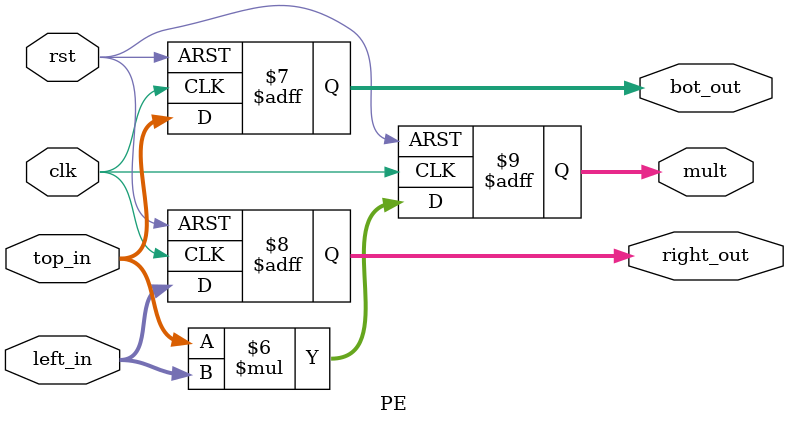
<source format=v>

module TPU(
    clk,
    rst_n,

    in_valid,
    K,
    M,
    N,
    busy,

    A_wr_en,
    A_index,
    A_data_in,
    A_data_out,

    B_wr_en,
    B_index,
    B_data_in,
    B_data_out,

    C_wr_en,
    C_index,
    C_data_in,
    C_data_out
);



input clk;
input rst_n;
input            in_valid;
input [7:0]      K;
input [7:0]      M;
input [7:0]      N;
output  reg      busy;

output           A_wr_en;
output [15:0]    A_index;
output [31:0]    A_data_in;
input  [31:0]    A_data_out;

output           B_wr_en;
output [15:0]    B_index;
output [31:0]    B_data_in;
input  [31:0]    B_data_out;

output           C_wr_en;
output [15:0]    C_index;
output [127:0]   C_data_in;
input  [127:0]   C_data_out;



//* Implement your design here

parameter [1:0] ST_INIT     = 2'b00,
                ST_READ_AND_MULADD    = 2'b01,
                ST_OUTPUT   = 2'b10,
                ST_DONE     = 2'b11;

reg [1:0] curr_state, next_state;
reg [31 : 0] a [0:255+3-1]; //257 = 255 +3 -1, cause max K is 255
reg [31 : 0] b [0:255+3-1]; //257 = 255 +3 -1, cause max K is 255
reg signed [15:0] cnt_m;        // output index, add 1 after one output, at most 26
reg [2:0] cnt_4;
reg [8:0] cnt_k;
wire[8:0] cal_round;  //need to be up to 255
reg [8:0] cnt_k_multi;
reg read, cal, out;
integer i, round;
reg  [127:0] dataout_o;
reg  [15: 0] index_a, index_b;
reg  wr_en_out;
reg start;

assign A_wr_en = 0;
assign B_wr_en = 0;
assign C_wr_en = wr_en_out;

assign A_index = index_a;
assign B_index = index_b;
assign C_index = (cnt_m);
assign cal_round = k + 9'h6; //(4-1) + 4 4:PE is 4x4  // 7+1, add one more cycle for cal=1, cnt_k = 0

assign C_data_in = dataout_o;


reg [7:0] k;
reg [7:0] m;
reg [7:0] n;

wire [7:0] h11, h12, h13, h21, h22, h23, h31, h32, h33, h41, h42, h43,
           v11, v12, v13, v14, v21, v22, v23, v24, v31, v32, v33, v34;
 wire [31:0] o11, o12, o13, o14, o21, o22, o23, o24,
           o31, o32, o33, o34, o41, o42, o43, o44;
reg [7:0] a1, a2, a3, a4, b1, b2, b3, b4;
reg [31:0]  res11, res12, res13, res14, res21, res22, res23, res24,
           res31, res32, res33, res34, res41, res42, res43, res44;


PE pe11(.clk(clk), .rst(rst_n), .top_in(b1),  .bot_out(v11), .left_in(a1),  .right_out(h11), .mult(o11));
PE pe12(.clk(clk), .rst(rst_n), .top_in(b2),  .bot_out(v12), .left_in(h11), .right_out(h12), .mult(o12));
PE pe13(.clk(clk), .rst(rst_n), .top_in(b3),  .bot_out(v13), .left_in(h12), .right_out(h13), .mult(o13));
PE pe14(.clk(clk), .rst(rst_n), .top_in(b4),  .bot_out(v14), .left_in(h13), .right_out(),    .mult(o14));
PE pe21(.clk(clk), .rst(rst_n), .top_in(v11), .bot_out(v21), .left_in(a2),  .right_out(h21), .mult(o21));
PE pe22(.clk(clk), .rst(rst_n), .top_in(v12), .bot_out(v22), .left_in(h21), .right_out(h22), .mult(o22));
PE pe23(.clk(clk), .rst(rst_n), .top_in(v13), .bot_out(v23), .left_in(h22), .right_out(h23), .mult(o23));
PE pe24(.clk(clk), .rst(rst_n), .top_in(v14), .bot_out(v24), .left_in(h23), .right_out(),    .mult(o24));
PE pe31(.clk(clk), .rst(rst_n), .top_in(v21), .bot_out(v31), .left_in(a3),  .right_out(h31), .mult(o31));
PE pe32(.clk(clk), .rst(rst_n), .top_in(v22), .bot_out(v32), .left_in(h31), .right_out(h32), .mult(o32));
PE pe33(.clk(clk), .rst(rst_n), .top_in(v23), .bot_out(v33), .left_in(h32), .right_out(h33), .mult(o33));
PE pe34(.clk(clk), .rst(rst_n), .top_in(v24), .bot_out(v34), .left_in(h33), .right_out(),    .mult(o34));
PE pe41(.clk(clk), .rst(rst_n), .top_in(v31), .bot_out(),    .left_in(a4),  .right_out(h41), .mult(o41));
PE pe42(.clk(clk), .rst(rst_n), .top_in(v32), .bot_out(),    .left_in(h41), .right_out(h42), .mult(o42));
PE pe43(.clk(clk), .rst(rst_n), .top_in(v33), .bot_out(),    .left_in(h42), .right_out(h43), .mult(o43));
PE pe44(.clk(clk), .rst(rst_n), .top_in(v34), .bot_out(),    .left_in(h43), .right_out(),    .mult(o44));

initial begin
    cnt_k   <= 9'h0;
    cnt_k_multi <= 9'h0;
    cnt_m   <= -1;
    index_a <= 16'h0;
    index_b <= 16'h0;
    cnt_4   <= 3'h0;
    
    busy = 0;
    k = 0;
    m = 0;
    n = 0;
    start = 0;
    for (i = 0; i < 255+3; i = i + 1) begin
        a[i]    <= 32'h0;
        b[i]    <= 32'h0;
    end
    dataout_o <= 128'h0;
    wr_en_out <= 0;
    read <= 0; 
    cal <= 0;
    out <= 0;
    curr_state <= ST_INIT;
    next_state <= ST_INIT;
    round = 0;
end

always @(negedge clk) begin
    if(K > 0) begin
        k = K;
        m = M;
        n = N;
    end
end


always @(*) begin
    case (curr_state)
        ST_INIT : begin
            read = 1'b0; cal = 1'b0; out = 1'b0; wr_en_out = 1'b0;
        end
        ST_READ_AND_MULADD : begin
            read = (cnt_k <= k && cnt_k > 0) ? 1'b0 : 1'b1;
            // cal = 1'b1;
            cal = (cnt_k >= 1) ? 1'b1 : 1'b0;
            out = 1'b0; wr_en_out = 1'b0;
        end
        ST_OUTPUT : begin
            read = 1'b0; cal = 1'b0; out = 1'b1; 
            wr_en_out = (cnt_4 > 3'h0 && cnt_4 <= 3'h4) ? 1'b1 : 1'b0;
        end
        ST_DONE : begin
            read = 1'b0; cal = 1'b0; out = 1'b0; wr_en_out = 1'b0; busy = 1'b0;
        end
        default : begin
            read = 1'b0; cal = 1'b0; out = 1'b0; wr_en_out = 1'b0;
        end
    endcase
end

always @(negedge clk or negedge rst_n) begin
    if (!rst_n)
        curr_state <= ST_INIT;
    else
        curr_state <= next_state;
end



always @(posedge clk) begin
    if (in_valid) begin
        busy = 1;
        start =1;
    end
end

always @(*) begin
    case (curr_state)
        ST_INIT : begin
            next_state = (start) ? ST_READ_AND_MULADD : ST_INIT;
        end
        ST_READ_AND_MULADD : begin
            next_state = (cnt_k_multi <= cal_round) ? ST_READ_AND_MULADD : ST_OUTPUT;
        end
        ST_OUTPUT : begin
            if (m < 4) begin
                next_state = (cnt_4 == m) ? ST_DONE : ST_OUTPUT;
            end
            else begin
                next_state = (cnt_4 == 3'h4) ? ST_DONE : ST_OUTPUT;
            end
        end
        ST_DONE : begin
            next_state = ST_INIT;
        end
        default : begin
            next_state = ST_INIT;
        end
    endcase
end

// OUTPUT
always @(negedge clk or negedge rst_n) begin
    if (!rst_n) begin
        res11 <= 32'h0; res12 <= 32'h0; res13 <= 32'h0; res14 <= 32'h0;
        res21 <= 32'h0; res22 <= 32'h0; res23 <= 32'h0; res24 <= 32'h0;
        res31 <= 32'h0; res32 <= 32'h0; res33 <= 32'h0; res34 <= 32'h0;
        res41 <= 32'h0; res42 <= 32'h0; res43 <= 32'h0; res44 <= 32'h0;
        dataout_o  <= 128'h0;
    end
    if (out) begin
        case (cnt_4)
            2'h0 : dataout_o <= {res11, res12, res13, res14}; 
            2'h1 : dataout_o <= {res21, res22, res23, res24}; 
            2'h2 : dataout_o <= {res31, res32, res33, res34}; 
            2'h3 : dataout_o <= {res41, res42, res43, res44}; 
            default: dataout_o  <= 128'h0;
        endcase   
        // $display("cnt_4 = %h, C_index = %16h, dataout_o = %32h", cnt_4, C_index, dataout_o);
    end
    else if (cal) begin
         res11 <= res11 + o11; res12 <= res12 + o12; res13 <= res13 + o13; res14 <= res14 + o14;
         res21 <= res21 + o21; res22 <= res22 + o22; res23 <= res23 + o23; res24 <= res24 + o24;
         res31 <= res31 + o31; res32 <= res32 + o32; res33 <= res33 + o33; res34 <= res34 + o34;
         res41 <= res41 + o41; res42 <= res42 + o42; res43 <= res43 + o43; res44 <= res44 + o44;
    end
    else begin
        dataout_o       <= 128'h0;
        res11 <= res11 + 32'h0; res12 <= res12 + 32'h0; res13 <= res13 + 32'h0; res14 <= res14 + 32'h0;
        res21 <= res21 + 32'h0; res22 <= res22 + 32'h0; res23 <= res23 + 32'h0; res24 <= res24 + 32'h0;
        res31 <= res31 + 32'h0; res32 <= res32 + 32'h0; res33 <= res33 + 32'h0; res34 <= res34 + 32'h0;
        res41 <= res41 + 32'h0; res42 <= res42 + 32'h0; res43 <= res43 + 32'h0; res44 <= res44 + 32'h0;
    end
end

always @(negedge clk or negedge rst_n) begin
    if (!rst_n) begin
        for (i = 0; i < 255+3; i = i + 1) begin
            a[i]    <= 32'h0;
            b[i]    <= 32'h0;
        end
    end
    else if (cnt_k <= k && cnt_k > 0) begin //不能用read只能用 cnt_k <= k && cnt_k > 0 也是不知為啥,很怪
        a[cnt_k - 8'h1][31:24]  <= A_data_out[31:24];
        a[cnt_k       ][23:16]  <= A_data_out[23:16];
        a[cnt_k + 8'h1][15: 8]  <= A_data_out[15: 8];
        a[cnt_k + 8'h2][ 7: 0]  <= A_data_out[ 7: 0];
        b[cnt_k - 8'h1][31:24]  <= B_data_out[31:24];
        b[cnt_k       ][23:16]  <= B_data_out[23:16];
        b[cnt_k + 8'h1][15: 8]  <= B_data_out[15: 8];
        b[cnt_k + 8'd2][ 7: 0]  <= B_data_out[ 7: 0];
        // $display("cnt_k = %8h, B_data_out = %32h", cnt_k, B_data_out);
    end
end
// feed to PE
always @(negedge clk) begin
    if (cal  && (cnt_k_multi < k + 3)) begin  //這裡只能用 cal,不能用 (cnt_k >= 1) 不知為啥很怪
        a1  <= a[cnt_k_multi][31:24];
        a2  <= a[cnt_k_multi][23:16];
        a3  <= a[cnt_k_multi][15: 8];
        a4  <= a[cnt_k_multi][ 7: 0];
        b1  <= b[cnt_k_multi][31:24];
        b2  <= b[cnt_k_multi][23:16];
        b3  <= b[cnt_k_multi][15: 8];
        b4  <= b[cnt_k_multi][ 7: 0];      

    end
    else begin
        a1  <= 8'b0; a2 <= 8'b0; a3 <= 8'b0; a4 <= 8'b0;
        b1  <= 8'b0; b2 <= 8'b0; b3 <= 8'b0; b4 <= 8'b0;
        // $display("cnt_k_multi = %8h,  cnt_k = %8h, a1, a2, a3, a4 = %8h %8h %8h %8h",cnt_k_multi, cnt_k, a1, a2, a3, a4);
        // $display("cnt_k_multi = %8h, cnt_k = %8h, b1, b2, b3, b4 = %8h %8h %8h %8h", cnt_k_multi, cnt_k, b1, b2, b3, b4);   
    end
end



// COUNTER, INDEX
always @(negedge clk or negedge rst_n) begin
    if (rst_n) begin
        case (curr_state)
            ST_INIT: begin
                index_a <=  16'h0;
                index_b <=  16'h0;
                cnt_m <= -1;
                cnt_4   <= 3'h0;
                cnt_k_multi <= 9'h0;
                cnt_k       <= 9'h0;
                for (i = 0; i < 255+3; i = i + 1) begin
                    a[i]    <= 32'h0;
                    b[i]    <= 32'h0;
                end
                res11 <= 32'h0; res12 <= 32'h0; res13 <= 32'h0; res14 <= 32'h0;
                res21 <= 32'h0; res22 <= 32'h0; res23 <= 32'h0; res24 <= 32'h0;
                res31 <= 32'h0; res32 <= 32'h0; res33 <= 32'h0; res34 <= 32'h0;
                res41 <= 32'h0; res42 <= 32'h0; res43 <= 32'h0; res44 <= 32'h0;
                dataout_o  <= 128'h0;

            end
            ST_READ_AND_MULADD: begin        
                cnt_k   <= (cnt_k + 1);

                index_a <= (cnt_k < k) ? (index_a + 16'h1) : index_a;
                index_b <= (cnt_k < k) ? (index_b + 16'h1) : index_b;
                // index_b <= (index_b + 16'h1);


                // cnt_4   <= 3'h0;

                if(cnt_k > 8'h1) begin
                    cnt_k_multi <=  cnt_k_multi+1;
                end
            end
            ST_OUTPUT: begin
                cnt_m       <= cnt_m + 16'h1;
                cnt_4       <= cnt_4 + 3'h1;
            end
            ST_DONE: begin
                busy = 0;
                start = 0;
            end
        endcase
    end
end

endmodule

// ********************************************
// **************PE MODULE*********************
// ********************************************
module PE(clk, rst, top_in, left_in, bot_out, right_out, mult);
input clk, rst;
input [7:0] top_in, left_in;
output reg [7:0] bot_out, right_out;
output reg [31:0] mult;

always @(negedge clk or negedge rst) begin
    if (!rst) begin
        bot_out     <= 8'h0; 
        right_out   <= 8'h0; 
        mult        <= 32'h0; 
    end
    else begin
        bot_out     <= top_in;
        right_out   <= left_in;
        mult        <= top_in * left_in;
    end
end

endmodule
</source>
